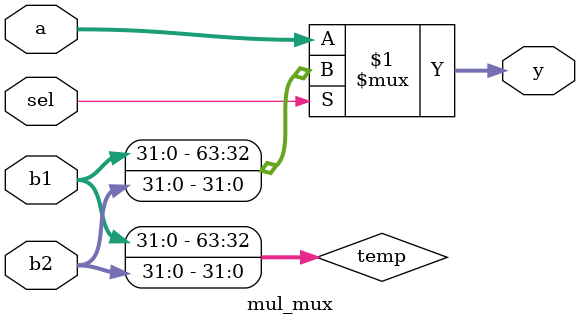
<source format=v>
`timescale 1ns/1ns
module mul_mux( a, b1, b2, sel, y );
    input sel;
    input [63:0] a;
    input [31:0] b1, b2;
    output [63:0] y;
    
    wire [63:0] temp; 
    assign temp = {b1, b2};

    assign y = sel ? temp : a;
endmodule

</source>
